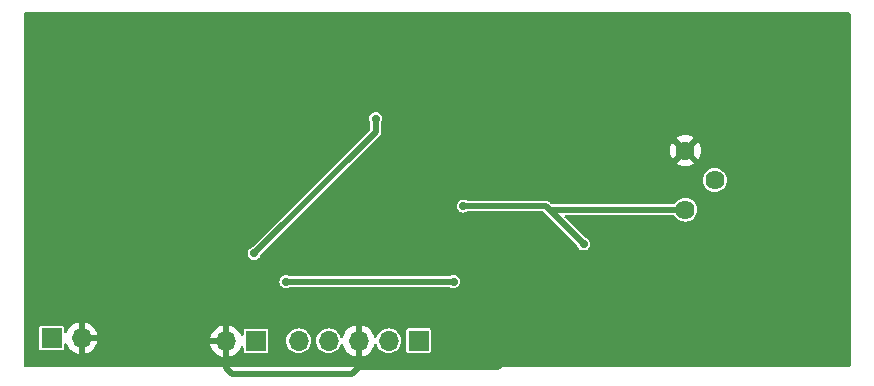
<source format=gbr>
%TF.GenerationSoftware,KiCad,Pcbnew,7.0.9*%
%TF.CreationDate,2023-11-22T23:33:49+00:00*%
%TF.ProjectId,signal_board,7369676e-616c-45f6-926f-6172642e6b69,rev?*%
%TF.SameCoordinates,Original*%
%TF.FileFunction,Copper,L2,Bot*%
%TF.FilePolarity,Positive*%
%FSLAX46Y46*%
G04 Gerber Fmt 4.6, Leading zero omitted, Abs format (unit mm)*
G04 Created by KiCad (PCBNEW 7.0.9) date 2023-11-22 23:33:49*
%MOMM*%
%LPD*%
G01*
G04 APERTURE LIST*
%TA.AperFunction,ComponentPad*%
%ADD10C,1.620000*%
%TD*%
%TA.AperFunction,ComponentPad*%
%ADD11R,1.700000X1.700000*%
%TD*%
%TA.AperFunction,ComponentPad*%
%ADD12O,1.700000X1.700000*%
%TD*%
%TA.AperFunction,ViaPad*%
%ADD13C,0.700000*%
%TD*%
%TA.AperFunction,Conductor*%
%ADD14C,0.508000*%
%TD*%
G04 APERTURE END LIST*
D10*
%TO.P,RV1,1,1*%
%TO.N,GND*%
X111000000Y-66700000D03*
%TO.P,RV1,2,2*%
%TO.N,Net-(C2-Pad1)*%
X113500000Y-69200000D03*
%TO.P,RV1,3,3*%
%TO.N,VCC*%
X111000000Y-71700000D03*
%TD*%
D11*
%TO.P,J3,1,Pin_1*%
%TO.N,Net-(J3-Pin_1)*%
X57350000Y-82575000D03*
D12*
%TO.P,J3,2,Pin_2*%
%TO.N,GND*%
X59890000Y-82575000D03*
%TD*%
%TO.P,J2,2,Pin_2*%
%TO.N,GND*%
X72110000Y-82825000D03*
D11*
%TO.P,J2,1,Pin_1*%
%TO.N,VCC*%
X74650000Y-82825000D03*
%TD*%
%TO.P,J1,1,Pin_1*%
%TO.N,Net-(CHIP1-RE3{slash}~MCLR{slash}VPP)*%
X88420000Y-82800000D03*
D12*
%TO.P,J1,2,Pin_2*%
%TO.N,VCC*%
X85880000Y-82800000D03*
%TO.P,J1,3,Pin_3*%
%TO.N,GND*%
X83340000Y-82800000D03*
%TO.P,J1,4,Pin_4*%
%TO.N,RB7*%
X80800000Y-82800000D03*
%TO.P,J1,5,Pin_5*%
%TO.N,RB6*%
X78260000Y-82800000D03*
%TD*%
D13*
%TO.N,GND*%
X101000000Y-67400000D03*
%TO.N,VCC*%
X74500000Y-75400000D03*
%TO.N,GND*%
X72502475Y-75502475D03*
%TO.N,VCC*%
X102400000Y-74600000D03*
X92200000Y-71400000D03*
%TO.N,GND*%
X96600000Y-83600000D03*
%TO.N,RB0*%
X91400000Y-77800000D03*
X77200000Y-77800000D03*
%TO.N,GND*%
X96000000Y-64600000D03*
%TO.N,VCC*%
X84800000Y-64000000D03*
%TO.N,GND*%
X83600000Y-63711500D03*
X77400000Y-60400000D03*
X86200000Y-59800000D03*
%TD*%
D14*
%TO.N,VCC*%
X84800000Y-65100000D02*
X84800000Y-64000000D01*
X74500000Y-75400000D02*
X84800000Y-65100000D01*
%TO.N,GND*%
X83600000Y-64404950D02*
X83600000Y-63711500D01*
X72502475Y-75502475D02*
X83600000Y-64404950D01*
%TO.N,VCC*%
X111000000Y-71700000D02*
X99700000Y-71700000D01*
X99600000Y-71800000D02*
X102400000Y-74600000D01*
X99200000Y-71400000D02*
X99600000Y-71800000D01*
X99700000Y-71700000D02*
X99600000Y-71800000D01*
X92200000Y-71400000D02*
X99200000Y-71400000D01*
%TO.N,GND*%
X95140000Y-85060000D02*
X96600000Y-83600000D01*
X83340000Y-85060000D02*
X95140000Y-85060000D01*
%TO.N,RB0*%
X77200000Y-77800000D02*
X91400000Y-77800000D01*
%TO.N,GND*%
X72600000Y-85600000D02*
X72110000Y-85110000D01*
X72110000Y-85110000D02*
X72110000Y-82825000D01*
X82800000Y-85600000D02*
X72600000Y-85600000D01*
X83340000Y-82800000D02*
X83340000Y-85060000D01*
X83340000Y-85060000D02*
X82800000Y-85600000D01*
%TD*%
%TA.AperFunction,Conductor*%
%TO.N,GND*%
G36*
X124943039Y-55019685D02*
G01*
X124988794Y-55072489D01*
X125000000Y-55124000D01*
X125000000Y-84876000D01*
X124980315Y-84943039D01*
X124927511Y-84988794D01*
X124876000Y-85000000D01*
X55124000Y-85000000D01*
X55056961Y-84980315D01*
X55011206Y-84927511D01*
X55000000Y-84876000D01*
X55000000Y-83444752D01*
X56299500Y-83444752D01*
X56311131Y-83503229D01*
X56311132Y-83503230D01*
X56355447Y-83569552D01*
X56421769Y-83613867D01*
X56421770Y-83613868D01*
X56480247Y-83625499D01*
X56480250Y-83625500D01*
X56480252Y-83625500D01*
X58219750Y-83625500D01*
X58219751Y-83625499D01*
X58234568Y-83622552D01*
X58278229Y-83613868D01*
X58278229Y-83613867D01*
X58278231Y-83613867D01*
X58344552Y-83569552D01*
X58388867Y-83503231D01*
X58388867Y-83503229D01*
X58388868Y-83503229D01*
X58397552Y-83459568D01*
X58400500Y-83444748D01*
X58400500Y-83134456D01*
X58420185Y-83067417D01*
X58472989Y-83021662D01*
X58542147Y-83011718D01*
X58605703Y-83040743D01*
X58636882Y-83082051D01*
X58716400Y-83252578D01*
X58851894Y-83446082D01*
X59018917Y-83613105D01*
X59212421Y-83748600D01*
X59426507Y-83848429D01*
X59426516Y-83848433D01*
X59640000Y-83905634D01*
X59640000Y-83010501D01*
X59747685Y-83059680D01*
X59854237Y-83075000D01*
X59925763Y-83075000D01*
X60032315Y-83059680D01*
X60140000Y-83010501D01*
X60140000Y-83905633D01*
X60353483Y-83848433D01*
X60353492Y-83848429D01*
X60567578Y-83748600D01*
X60761082Y-83613105D01*
X60928105Y-83446082D01*
X61063600Y-83252578D01*
X61146405Y-83075000D01*
X70779364Y-83075000D01*
X70836567Y-83288486D01*
X70836570Y-83288492D01*
X70936399Y-83502578D01*
X71071894Y-83696082D01*
X71238917Y-83863105D01*
X71432421Y-83998600D01*
X71646507Y-84098429D01*
X71646516Y-84098433D01*
X71860000Y-84155634D01*
X71860000Y-83260501D01*
X71967685Y-83309680D01*
X72074237Y-83325000D01*
X72145763Y-83325000D01*
X72252315Y-83309680D01*
X72360000Y-83260501D01*
X72360000Y-84155633D01*
X72573483Y-84098433D01*
X72573492Y-84098429D01*
X72787578Y-83998600D01*
X72981082Y-83863105D01*
X73148105Y-83696082D01*
X73283599Y-83502578D01*
X73363118Y-83332051D01*
X73409290Y-83279612D01*
X73476484Y-83260460D01*
X73543365Y-83280676D01*
X73588699Y-83333841D01*
X73599500Y-83384456D01*
X73599500Y-83694752D01*
X73611131Y-83753229D01*
X73611132Y-83753230D01*
X73655447Y-83819552D01*
X73721769Y-83863867D01*
X73721770Y-83863868D01*
X73780247Y-83875499D01*
X73780250Y-83875500D01*
X73780252Y-83875500D01*
X75519750Y-83875500D01*
X75519751Y-83875499D01*
X75534568Y-83872552D01*
X75578229Y-83863868D01*
X75578229Y-83863867D01*
X75578231Y-83863867D01*
X75644552Y-83819552D01*
X75688867Y-83753231D01*
X75688867Y-83753229D01*
X75688868Y-83753229D01*
X75697552Y-83709568D01*
X75700500Y-83694748D01*
X75700500Y-82800000D01*
X77204417Y-82800000D01*
X77224699Y-83005932D01*
X77254429Y-83103939D01*
X77284768Y-83203954D01*
X77382315Y-83386450D01*
X77382317Y-83386452D01*
X77513589Y-83546410D01*
X77595787Y-83613867D01*
X77673550Y-83677685D01*
X77856046Y-83775232D01*
X78054066Y-83835300D01*
X78054065Y-83835300D01*
X78072529Y-83837118D01*
X78260000Y-83855583D01*
X78465934Y-83835300D01*
X78663954Y-83775232D01*
X78846450Y-83677685D01*
X79006410Y-83546410D01*
X79137685Y-83386450D01*
X79235232Y-83203954D01*
X79295300Y-83005934D01*
X79315583Y-82800000D01*
X79744417Y-82800000D01*
X79764699Y-83005932D01*
X79794429Y-83103939D01*
X79824768Y-83203954D01*
X79922315Y-83386450D01*
X79922317Y-83386452D01*
X80053589Y-83546410D01*
X80135787Y-83613867D01*
X80213550Y-83677685D01*
X80396046Y-83775232D01*
X80594066Y-83835300D01*
X80594065Y-83835300D01*
X80612529Y-83837118D01*
X80800000Y-83855583D01*
X81005934Y-83835300D01*
X81203954Y-83775232D01*
X81386450Y-83677685D01*
X81546410Y-83546410D01*
X81677685Y-83386450D01*
X81775232Y-83203954D01*
X81795406Y-83137446D01*
X81833702Y-83079010D01*
X81897514Y-83050553D01*
X81966581Y-83061112D01*
X82018975Y-83107336D01*
X82033841Y-83141349D01*
X82066567Y-83263486D01*
X82066570Y-83263492D01*
X82166399Y-83477578D01*
X82301894Y-83671082D01*
X82468917Y-83838105D01*
X82662421Y-83973600D01*
X82876507Y-84073429D01*
X82876516Y-84073433D01*
X83090000Y-84130634D01*
X83090000Y-83235501D01*
X83197685Y-83284680D01*
X83304237Y-83300000D01*
X83375763Y-83300000D01*
X83482315Y-83284680D01*
X83590000Y-83235501D01*
X83590000Y-84130633D01*
X83803483Y-84073433D01*
X83803492Y-84073429D01*
X84017578Y-83973600D01*
X84211082Y-83838105D01*
X84378105Y-83671082D01*
X84513600Y-83477578D01*
X84613429Y-83263492D01*
X84613433Y-83263483D01*
X84646158Y-83141350D01*
X84682522Y-83081690D01*
X84745369Y-83051160D01*
X84814745Y-83059454D01*
X84868623Y-83103939D01*
X84884593Y-83137447D01*
X84904768Y-83203954D01*
X85002315Y-83386450D01*
X85002317Y-83386452D01*
X85133589Y-83546410D01*
X85215787Y-83613867D01*
X85293550Y-83677685D01*
X85476046Y-83775232D01*
X85674066Y-83835300D01*
X85674065Y-83835300D01*
X85692529Y-83837118D01*
X85880000Y-83855583D01*
X86085934Y-83835300D01*
X86283954Y-83775232D01*
X86466450Y-83677685D01*
X86476116Y-83669752D01*
X87369500Y-83669752D01*
X87381131Y-83728229D01*
X87381132Y-83728230D01*
X87425447Y-83794552D01*
X87491769Y-83838867D01*
X87491770Y-83838868D01*
X87550247Y-83850499D01*
X87550250Y-83850500D01*
X87550252Y-83850500D01*
X89289750Y-83850500D01*
X89289751Y-83850499D01*
X89304568Y-83847552D01*
X89348229Y-83838868D01*
X89348229Y-83838867D01*
X89348231Y-83838867D01*
X89414552Y-83794552D01*
X89458867Y-83728231D01*
X89458867Y-83728229D01*
X89458868Y-83728229D01*
X89468922Y-83677682D01*
X89470500Y-83669748D01*
X89470500Y-81930252D01*
X89470500Y-81930249D01*
X89470499Y-81930247D01*
X89458868Y-81871770D01*
X89458867Y-81871769D01*
X89414552Y-81805447D01*
X89348230Y-81761132D01*
X89348229Y-81761131D01*
X89289752Y-81749500D01*
X89289748Y-81749500D01*
X87550252Y-81749500D01*
X87550247Y-81749500D01*
X87491770Y-81761131D01*
X87491769Y-81761132D01*
X87425447Y-81805447D01*
X87381132Y-81871769D01*
X87381131Y-81871770D01*
X87369500Y-81930247D01*
X87369500Y-83669752D01*
X86476116Y-83669752D01*
X86626410Y-83546410D01*
X86757685Y-83386450D01*
X86855232Y-83203954D01*
X86915300Y-83005934D01*
X86935583Y-82800000D01*
X86915300Y-82594066D01*
X86855232Y-82396046D01*
X86757685Y-82213550D01*
X86681229Y-82120387D01*
X86626410Y-82053589D01*
X86476121Y-81930252D01*
X86466450Y-81922315D01*
X86283954Y-81824768D01*
X86085934Y-81764700D01*
X86085932Y-81764699D01*
X86085934Y-81764699D01*
X85880000Y-81744417D01*
X85674067Y-81764699D01*
X85476043Y-81824769D01*
X85388114Y-81871769D01*
X85293550Y-81922315D01*
X85293548Y-81922316D01*
X85293547Y-81922317D01*
X85133589Y-82053589D01*
X85002317Y-82213547D01*
X84904767Y-82396046D01*
X84884593Y-82462552D01*
X84846296Y-82520990D01*
X84782483Y-82549447D01*
X84713416Y-82538886D01*
X84661023Y-82492661D01*
X84646158Y-82458649D01*
X84613433Y-82336516D01*
X84613429Y-82336507D01*
X84513600Y-82122422D01*
X84513599Y-82122420D01*
X84378113Y-81928926D01*
X84378108Y-81928920D01*
X84211082Y-81761894D01*
X84017578Y-81626399D01*
X83803492Y-81526570D01*
X83803486Y-81526567D01*
X83590000Y-81469364D01*
X83590000Y-82364498D01*
X83482315Y-82315320D01*
X83375763Y-82300000D01*
X83304237Y-82300000D01*
X83197685Y-82315320D01*
X83090000Y-82364498D01*
X83090000Y-81469364D01*
X83089999Y-81469364D01*
X82876513Y-81526567D01*
X82876507Y-81526570D01*
X82662422Y-81626399D01*
X82662420Y-81626400D01*
X82468926Y-81761886D01*
X82468920Y-81761891D01*
X82301891Y-81928920D01*
X82301886Y-81928926D01*
X82166400Y-82122420D01*
X82166399Y-82122422D01*
X82066570Y-82336507D01*
X82066567Y-82336514D01*
X82033841Y-82458650D01*
X81997476Y-82518310D01*
X81934629Y-82548839D01*
X81865253Y-82540544D01*
X81811375Y-82496059D01*
X81795406Y-82462552D01*
X81775232Y-82396046D01*
X81677685Y-82213550D01*
X81601229Y-82120387D01*
X81546410Y-82053589D01*
X81396121Y-81930252D01*
X81386450Y-81922315D01*
X81203954Y-81824768D01*
X81005934Y-81764700D01*
X81005932Y-81764699D01*
X81005934Y-81764699D01*
X80800000Y-81744417D01*
X80594067Y-81764699D01*
X80396043Y-81824769D01*
X80308114Y-81871769D01*
X80213550Y-81922315D01*
X80213548Y-81922316D01*
X80213547Y-81922317D01*
X80053589Y-82053589D01*
X79922317Y-82213547D01*
X79824769Y-82396043D01*
X79764699Y-82594067D01*
X79744417Y-82800000D01*
X79315583Y-82800000D01*
X79295300Y-82594066D01*
X79235232Y-82396046D01*
X79137685Y-82213550D01*
X79061229Y-82120387D01*
X79006410Y-82053589D01*
X78856121Y-81930252D01*
X78846450Y-81922315D01*
X78663954Y-81824768D01*
X78465934Y-81764700D01*
X78465932Y-81764699D01*
X78465934Y-81764699D01*
X78260000Y-81744417D01*
X78054067Y-81764699D01*
X77856043Y-81824769D01*
X77768114Y-81871769D01*
X77673550Y-81922315D01*
X77673548Y-81922316D01*
X77673547Y-81922317D01*
X77513589Y-82053589D01*
X77382317Y-82213547D01*
X77284769Y-82396043D01*
X77224699Y-82594067D01*
X77204417Y-82800000D01*
X75700500Y-82800000D01*
X75700500Y-81955252D01*
X75700500Y-81955249D01*
X75700499Y-81955247D01*
X75688868Y-81896770D01*
X75688867Y-81896769D01*
X75644552Y-81830447D01*
X75578230Y-81786132D01*
X75578229Y-81786131D01*
X75519752Y-81774500D01*
X75519748Y-81774500D01*
X73780252Y-81774500D01*
X73780247Y-81774500D01*
X73721770Y-81786131D01*
X73721769Y-81786132D01*
X73655447Y-81830447D01*
X73611132Y-81896769D01*
X73611131Y-81896770D01*
X73599500Y-81955247D01*
X73599500Y-82265543D01*
X73579815Y-82332582D01*
X73527011Y-82378337D01*
X73457853Y-82388281D01*
X73394297Y-82359256D01*
X73363118Y-82317948D01*
X73283600Y-82147422D01*
X73283599Y-82147420D01*
X73148113Y-81953926D01*
X73148108Y-81953920D01*
X72981082Y-81786894D01*
X72787578Y-81651399D01*
X72573492Y-81551570D01*
X72573486Y-81551567D01*
X72360000Y-81494364D01*
X72360000Y-82389498D01*
X72252315Y-82340320D01*
X72145763Y-82325000D01*
X72074237Y-82325000D01*
X71967685Y-82340320D01*
X71860000Y-82389498D01*
X71860000Y-81494364D01*
X71859999Y-81494364D01*
X71646513Y-81551567D01*
X71646507Y-81551570D01*
X71432422Y-81651399D01*
X71432420Y-81651400D01*
X71238926Y-81786886D01*
X71238920Y-81786891D01*
X71071891Y-81953920D01*
X71071886Y-81953926D01*
X70936400Y-82147420D01*
X70936399Y-82147422D01*
X70836570Y-82361507D01*
X70836567Y-82361513D01*
X70779364Y-82574999D01*
X70779364Y-82575000D01*
X71676314Y-82575000D01*
X71650507Y-82615156D01*
X71610000Y-82753111D01*
X71610000Y-82896889D01*
X71650507Y-83034844D01*
X71676314Y-83075000D01*
X70779364Y-83075000D01*
X61146405Y-83075000D01*
X61163429Y-83038492D01*
X61163432Y-83038486D01*
X61220636Y-82825000D01*
X60323686Y-82825000D01*
X60349493Y-82784844D01*
X60390000Y-82646889D01*
X60390000Y-82503111D01*
X60349493Y-82365156D01*
X60323686Y-82325000D01*
X61220636Y-82325000D01*
X61220635Y-82324999D01*
X61163432Y-82111513D01*
X61163429Y-82111507D01*
X61063600Y-81897422D01*
X61063599Y-81897420D01*
X60928113Y-81703926D01*
X60928108Y-81703920D01*
X60761082Y-81536894D01*
X60567578Y-81401399D01*
X60353492Y-81301570D01*
X60353486Y-81301567D01*
X60140000Y-81244364D01*
X60140000Y-82139498D01*
X60032315Y-82090320D01*
X59925763Y-82075000D01*
X59854237Y-82075000D01*
X59747685Y-82090320D01*
X59640000Y-82139498D01*
X59640000Y-81244364D01*
X59639999Y-81244364D01*
X59426513Y-81301567D01*
X59426507Y-81301570D01*
X59212422Y-81401399D01*
X59212420Y-81401400D01*
X59018926Y-81536886D01*
X59018920Y-81536891D01*
X58851891Y-81703920D01*
X58851886Y-81703926D01*
X58716400Y-81897420D01*
X58716399Y-81897422D01*
X58636882Y-82067948D01*
X58590710Y-82120387D01*
X58523516Y-82139539D01*
X58456635Y-82119323D01*
X58411300Y-82066158D01*
X58400500Y-82015543D01*
X58400500Y-81705249D01*
X58400499Y-81705247D01*
X58388868Y-81646770D01*
X58388867Y-81646769D01*
X58344552Y-81580447D01*
X58278230Y-81536132D01*
X58278229Y-81536131D01*
X58219752Y-81524500D01*
X58219748Y-81524500D01*
X56480252Y-81524500D01*
X56480247Y-81524500D01*
X56421770Y-81536131D01*
X56421769Y-81536132D01*
X56355447Y-81580447D01*
X56311132Y-81646769D01*
X56311131Y-81646770D01*
X56299500Y-81705247D01*
X56299500Y-83444752D01*
X55000000Y-83444752D01*
X55000000Y-77800000D01*
X76644750Y-77800000D01*
X76663670Y-77943708D01*
X76663671Y-77943712D01*
X76719137Y-78077622D01*
X76719138Y-78077624D01*
X76719139Y-78077625D01*
X76807379Y-78192621D01*
X76922375Y-78280861D01*
X77056291Y-78336330D01*
X77183280Y-78353048D01*
X77199999Y-78355250D01*
X77200000Y-78355250D01*
X77200001Y-78355250D01*
X77214977Y-78353278D01*
X77343709Y-78336330D01*
X77477625Y-78280861D01*
X77478582Y-78280126D01*
X77479535Y-78279757D01*
X77484664Y-78276797D01*
X77485125Y-78277596D01*
X77543749Y-78254930D01*
X77554071Y-78254500D01*
X91045929Y-78254500D01*
X91112968Y-78274185D01*
X91121412Y-78280122D01*
X91122039Y-78280603D01*
X91122376Y-78280862D01*
X91206818Y-78315838D01*
X91256291Y-78336330D01*
X91383280Y-78353048D01*
X91399999Y-78355250D01*
X91400000Y-78355250D01*
X91400001Y-78355250D01*
X91414977Y-78353278D01*
X91543709Y-78336330D01*
X91677625Y-78280861D01*
X91792621Y-78192621D01*
X91880861Y-78077625D01*
X91936330Y-77943709D01*
X91955250Y-77800000D01*
X91936330Y-77656291D01*
X91880861Y-77522375D01*
X91792621Y-77407379D01*
X91677625Y-77319139D01*
X91677624Y-77319138D01*
X91677622Y-77319137D01*
X91543712Y-77263671D01*
X91543710Y-77263670D01*
X91543709Y-77263670D01*
X91471854Y-77254210D01*
X91400001Y-77244750D01*
X91399999Y-77244750D01*
X91256291Y-77263670D01*
X91256287Y-77263671D01*
X91122376Y-77319137D01*
X91121665Y-77319683D01*
X91121417Y-77319873D01*
X91120464Y-77320242D01*
X91115336Y-77323203D01*
X91114874Y-77322403D01*
X91056251Y-77345070D01*
X91045929Y-77345500D01*
X77554071Y-77345500D01*
X77487032Y-77325815D01*
X77478587Y-77319877D01*
X77478121Y-77319520D01*
X77477623Y-77319137D01*
X77343712Y-77263671D01*
X77343710Y-77263670D01*
X77343709Y-77263670D01*
X77271854Y-77254210D01*
X77200001Y-77244750D01*
X77199999Y-77244750D01*
X77056291Y-77263670D01*
X77056287Y-77263671D01*
X76922377Y-77319137D01*
X76807379Y-77407379D01*
X76719137Y-77522377D01*
X76663671Y-77656287D01*
X76663670Y-77656291D01*
X76644750Y-77799999D01*
X76644750Y-77800000D01*
X55000000Y-77800000D01*
X55000000Y-75400000D01*
X73944750Y-75400000D01*
X73963513Y-75542520D01*
X73963670Y-75543708D01*
X73963671Y-75543712D01*
X74019137Y-75677622D01*
X74019138Y-75677624D01*
X74019139Y-75677625D01*
X74107379Y-75792621D01*
X74222375Y-75880861D01*
X74356291Y-75936330D01*
X74483280Y-75953048D01*
X74499999Y-75955250D01*
X74500000Y-75955250D01*
X74500001Y-75955250D01*
X74514977Y-75953278D01*
X74643709Y-75936330D01*
X74777625Y-75880861D01*
X74892621Y-75792621D01*
X74980861Y-75677625D01*
X75036330Y-75543709D01*
X75036487Y-75542515D01*
X75036900Y-75541581D01*
X75038434Y-75535857D01*
X75039326Y-75536096D01*
X75064746Y-75478621D01*
X75071733Y-75471025D01*
X79142758Y-71400000D01*
X91644750Y-71400000D01*
X91663670Y-71543708D01*
X91663671Y-71543712D01*
X91719137Y-71677622D01*
X91719138Y-71677624D01*
X91719139Y-71677625D01*
X91807379Y-71792621D01*
X91922375Y-71880861D01*
X92056291Y-71936330D01*
X92183280Y-71953048D01*
X92199999Y-71955250D01*
X92200000Y-71955250D01*
X92200001Y-71955250D01*
X92214977Y-71953278D01*
X92343709Y-71936330D01*
X92477625Y-71880861D01*
X92478582Y-71880126D01*
X92479535Y-71879757D01*
X92484664Y-71876797D01*
X92485125Y-71877596D01*
X92543749Y-71854930D01*
X92554071Y-71854500D01*
X98960378Y-71854500D01*
X99027417Y-71874185D01*
X99048059Y-71890819D01*
X99232527Y-72075287D01*
X99249836Y-72096990D01*
X99251611Y-72099814D01*
X99288890Y-72131895D01*
X99292291Y-72135051D01*
X101828254Y-74671014D01*
X101861739Y-74732337D01*
X101863512Y-74742506D01*
X101863670Y-74743709D01*
X101863671Y-74743712D01*
X101919137Y-74877622D01*
X101919138Y-74877624D01*
X101919139Y-74877625D01*
X102007379Y-74992621D01*
X102122375Y-75080861D01*
X102256291Y-75136330D01*
X102383280Y-75153048D01*
X102399999Y-75155250D01*
X102400000Y-75155250D01*
X102400001Y-75155250D01*
X102414977Y-75153278D01*
X102543709Y-75136330D01*
X102677625Y-75080861D01*
X102792621Y-74992621D01*
X102880861Y-74877625D01*
X102936330Y-74743709D01*
X102955250Y-74600000D01*
X102936330Y-74456291D01*
X102880861Y-74322375D01*
X102792621Y-74207379D01*
X102677625Y-74119139D01*
X102677624Y-74119138D01*
X102677622Y-74119137D01*
X102543711Y-74063670D01*
X102543699Y-74063667D01*
X102542496Y-74063509D01*
X102541556Y-74063093D01*
X102535857Y-74061566D01*
X102536095Y-74060676D01*
X102478603Y-74035236D01*
X102471014Y-74028253D01*
X100808942Y-72366181D01*
X100775457Y-72304858D01*
X100780441Y-72235166D01*
X100822313Y-72179233D01*
X100887777Y-72154816D01*
X100896623Y-72154500D01*
X110022819Y-72154500D01*
X110089858Y-72174185D01*
X110132178Y-72220048D01*
X110155733Y-72264118D01*
X110155735Y-72264121D01*
X110282011Y-72417988D01*
X110435878Y-72544264D01*
X110435885Y-72544268D01*
X110611425Y-72638096D01*
X110611427Y-72638097D01*
X110801907Y-72695879D01*
X111000000Y-72715389D01*
X111198093Y-72695879D01*
X111388573Y-72638097D01*
X111564120Y-72544265D01*
X111717988Y-72417988D01*
X111844265Y-72264120D01*
X111938097Y-72088573D01*
X111995879Y-71898093D01*
X112015389Y-71700000D01*
X111995879Y-71501907D01*
X111938097Y-71311427D01*
X111902858Y-71245500D01*
X111844268Y-71135885D01*
X111844264Y-71135878D01*
X111717988Y-70982011D01*
X111564121Y-70855735D01*
X111564114Y-70855731D01*
X111388574Y-70761903D01*
X111198095Y-70704121D01*
X111000000Y-70684611D01*
X110801904Y-70704121D01*
X110611425Y-70761903D01*
X110435885Y-70855731D01*
X110435878Y-70855735D01*
X110282011Y-70982011D01*
X110155735Y-71135878D01*
X110155733Y-71135881D01*
X110132178Y-71179952D01*
X110083216Y-71229797D01*
X110022819Y-71245500D01*
X99739624Y-71245500D01*
X99672585Y-71225815D01*
X99651943Y-71209182D01*
X99541893Y-71099133D01*
X99537256Y-71093943D01*
X99512634Y-71063067D01*
X99512632Y-71063066D01*
X99512631Y-71063064D01*
X99463050Y-71029260D01*
X99463049Y-71029259D01*
X99414773Y-70993630D01*
X99407165Y-70989610D01*
X99399430Y-70985885D01*
X99399428Y-70985884D01*
X99342084Y-70968196D01*
X99285447Y-70948377D01*
X99277031Y-70946784D01*
X99268506Y-70945500D01*
X99268505Y-70945500D01*
X99208509Y-70945500D01*
X99148538Y-70943255D01*
X99139305Y-70944296D01*
X99139212Y-70943475D01*
X99123838Y-70945500D01*
X92554071Y-70945500D01*
X92487032Y-70925815D01*
X92478587Y-70919877D01*
X92478121Y-70919520D01*
X92477623Y-70919137D01*
X92343712Y-70863671D01*
X92343710Y-70863670D01*
X92343709Y-70863670D01*
X92271854Y-70854210D01*
X92200001Y-70844750D01*
X92199999Y-70844750D01*
X92056291Y-70863670D01*
X92056287Y-70863671D01*
X91922377Y-70919137D01*
X91807379Y-71007379D01*
X91719137Y-71122377D01*
X91663671Y-71256287D01*
X91663670Y-71256291D01*
X91644750Y-71399999D01*
X91644750Y-71400000D01*
X79142758Y-71400000D01*
X81342758Y-69200000D01*
X112484611Y-69200000D01*
X112504121Y-69398095D01*
X112561903Y-69588574D01*
X112655731Y-69764114D01*
X112655735Y-69764121D01*
X112782011Y-69917988D01*
X112935878Y-70044264D01*
X112935885Y-70044268D01*
X113111425Y-70138096D01*
X113111427Y-70138097D01*
X113301907Y-70195879D01*
X113500000Y-70215389D01*
X113698093Y-70195879D01*
X113888573Y-70138097D01*
X114064120Y-70044265D01*
X114217988Y-69917988D01*
X114344265Y-69764120D01*
X114438097Y-69588573D01*
X114495879Y-69398093D01*
X114515389Y-69200000D01*
X114495879Y-69001907D01*
X114438097Y-68811427D01*
X114344265Y-68635880D01*
X114344264Y-68635878D01*
X114217988Y-68482011D01*
X114064121Y-68355735D01*
X114064114Y-68355731D01*
X113888574Y-68261903D01*
X113698095Y-68204121D01*
X113500000Y-68184611D01*
X113301904Y-68204121D01*
X113111425Y-68261903D01*
X112935885Y-68355731D01*
X112935878Y-68355735D01*
X112782011Y-68482011D01*
X112655735Y-68635878D01*
X112655731Y-68635885D01*
X112561903Y-68811425D01*
X112504121Y-69001904D01*
X112484611Y-69200000D01*
X81342758Y-69200000D01*
X83842758Y-66700000D01*
X109684996Y-66700000D01*
X109704973Y-66928343D01*
X109704975Y-66928353D01*
X109764297Y-67149750D01*
X109764301Y-67149759D01*
X109861172Y-67357500D01*
X109861173Y-67357502D01*
X109913793Y-67432651D01*
X109913794Y-67432652D01*
X110555549Y-66790896D01*
X110556327Y-66801265D01*
X110605887Y-66927541D01*
X110690465Y-67033599D01*
X110802547Y-67110016D01*
X110910299Y-67143253D01*
X110267346Y-67786205D01*
X110342502Y-67838828D01*
X110550240Y-67935698D01*
X110550249Y-67935702D01*
X110771646Y-67995024D01*
X110771656Y-67995026D01*
X110999999Y-68015004D01*
X111000001Y-68015004D01*
X111228343Y-67995026D01*
X111228353Y-67995024D01*
X111449750Y-67935702D01*
X111449759Y-67935698D01*
X111657499Y-67838828D01*
X111732652Y-67786205D01*
X111088232Y-67141784D01*
X111134138Y-67134865D01*
X111256357Y-67076007D01*
X111355798Y-66983740D01*
X111423625Y-66866260D01*
X111441499Y-66787946D01*
X112086205Y-67432652D01*
X112138828Y-67357499D01*
X112235698Y-67149759D01*
X112235702Y-67149750D01*
X112295024Y-66928353D01*
X112295026Y-66928343D01*
X112315004Y-66700000D01*
X112315004Y-66699999D01*
X112295026Y-66471656D01*
X112295024Y-66471646D01*
X112235702Y-66250249D01*
X112235698Y-66250240D01*
X112138828Y-66042502D01*
X112086204Y-65967346D01*
X111444449Y-66609101D01*
X111443673Y-66598735D01*
X111394113Y-66472459D01*
X111309535Y-66366401D01*
X111197453Y-66289984D01*
X111089700Y-66256746D01*
X111732652Y-65613794D01*
X111732651Y-65613793D01*
X111657502Y-65561173D01*
X111657500Y-65561172D01*
X111449759Y-65464301D01*
X111449750Y-65464297D01*
X111228353Y-65404975D01*
X111228343Y-65404973D01*
X111000001Y-65384996D01*
X110999999Y-65384996D01*
X110771656Y-65404973D01*
X110771646Y-65404975D01*
X110550249Y-65464297D01*
X110550240Y-65464301D01*
X110342495Y-65561174D01*
X110267346Y-65613792D01*
X110911769Y-66258215D01*
X110865862Y-66265135D01*
X110743643Y-66323993D01*
X110644202Y-66416260D01*
X110576375Y-66533740D01*
X110558500Y-66612054D01*
X109913792Y-65967346D01*
X109861174Y-66042495D01*
X109764301Y-66250240D01*
X109764297Y-66250249D01*
X109704975Y-66471646D01*
X109704973Y-66471656D01*
X109684996Y-66699999D01*
X109684996Y-66700000D01*
X83842758Y-66700000D01*
X85100874Y-65441884D01*
X85106046Y-65437264D01*
X85106654Y-65436778D01*
X85136936Y-65412631D01*
X85170739Y-65363049D01*
X85206370Y-65314773D01*
X85206372Y-65314764D01*
X85210380Y-65307183D01*
X85214112Y-65299432D01*
X85214116Y-65299428D01*
X85231800Y-65242095D01*
X85251621Y-65185451D01*
X85251621Y-65185446D01*
X85253217Y-65177014D01*
X85254500Y-65168504D01*
X85254500Y-65108508D01*
X85256744Y-65048538D01*
X85255704Y-65039305D01*
X85256523Y-65039212D01*
X85254500Y-65023837D01*
X85254500Y-64354071D01*
X85274185Y-64287032D01*
X85280127Y-64278581D01*
X85280861Y-64277625D01*
X85336330Y-64143709D01*
X85355250Y-64000000D01*
X85336330Y-63856291D01*
X85280861Y-63722375D01*
X85192621Y-63607379D01*
X85077625Y-63519139D01*
X85077624Y-63519138D01*
X85077622Y-63519137D01*
X84943712Y-63463671D01*
X84943710Y-63463670D01*
X84943709Y-63463670D01*
X84871854Y-63454210D01*
X84800001Y-63444750D01*
X84799999Y-63444750D01*
X84656291Y-63463670D01*
X84656287Y-63463671D01*
X84522377Y-63519137D01*
X84407379Y-63607379D01*
X84319137Y-63722377D01*
X84263671Y-63856287D01*
X84263670Y-63856291D01*
X84244750Y-63999999D01*
X84244750Y-64000000D01*
X84263670Y-64143708D01*
X84263671Y-64143712D01*
X84319137Y-64277623D01*
X84319873Y-64278581D01*
X84320242Y-64279535D01*
X84323203Y-64284664D01*
X84322403Y-64285125D01*
X84345070Y-64343749D01*
X84345500Y-64354071D01*
X84345500Y-64860376D01*
X84325815Y-64927415D01*
X84309181Y-64948057D01*
X74428983Y-74828254D01*
X74367660Y-74861739D01*
X74357495Y-74863511D01*
X74356292Y-74863669D01*
X74356291Y-74863669D01*
X74222377Y-74919137D01*
X74107379Y-75007379D01*
X74019137Y-75122377D01*
X73963671Y-75256287D01*
X73963670Y-75256291D01*
X73944750Y-75400000D01*
X55000000Y-75400000D01*
X55000000Y-55124000D01*
X55019685Y-55056961D01*
X55072489Y-55011206D01*
X55124000Y-55000000D01*
X124876000Y-55000000D01*
X124943039Y-55019685D01*
G37*
%TD.AperFunction*%
%TD*%
M02*

</source>
